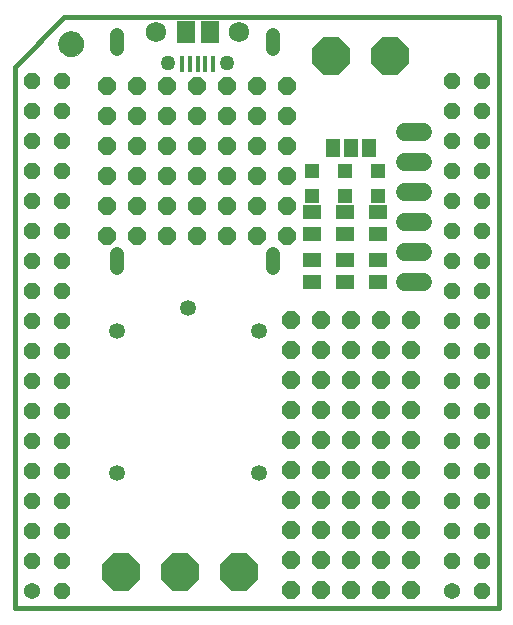
<source format=gts>
G75*
%MOIN*%
%OFA0B0*%
%FSLAX24Y24*%
%IPPOS*%
%LPD*%
%AMOC8*
5,1,8,0,0,1.08239X$1,22.5*
%
%ADD10C,0.0160*%
%ADD11C,0.0000*%
%ADD12C,0.0827*%
%ADD13C,0.0540*%
%ADD14OC8,0.0540*%
%ADD15OC8,0.1250*%
%ADD16C,0.0472*%
%ADD17R,0.0472X0.0472*%
%ADD18R,0.0591X0.0512*%
%ADD19C,0.0531*%
%ADD20OC8,0.0600*%
%ADD21C,0.0600*%
%ADD22R,0.0157X0.0531*%
%ADD23R,0.0591X0.0748*%
%ADD24C,0.0679*%
%ADD25C,0.0502*%
%ADD26R,0.0460X0.0630*%
D10*
X002057Y000180D02*
X018199Y000180D01*
X018199Y019865D01*
X003710Y019865D01*
X002057Y018211D01*
X002057Y000180D01*
D11*
X003514Y018979D02*
X003516Y019019D01*
X003522Y019060D01*
X003532Y019099D01*
X003545Y019137D01*
X003563Y019174D01*
X003584Y019208D01*
X003608Y019241D01*
X003635Y019271D01*
X003665Y019298D01*
X003698Y019322D01*
X003732Y019343D01*
X003769Y019361D01*
X003807Y019374D01*
X003846Y019384D01*
X003887Y019390D01*
X003927Y019392D01*
X003967Y019390D01*
X004008Y019384D01*
X004047Y019374D01*
X004085Y019361D01*
X004122Y019343D01*
X004156Y019322D01*
X004189Y019298D01*
X004219Y019271D01*
X004246Y019241D01*
X004270Y019208D01*
X004291Y019174D01*
X004309Y019137D01*
X004322Y019099D01*
X004332Y019060D01*
X004338Y019019D01*
X004340Y018979D01*
X004338Y018939D01*
X004332Y018898D01*
X004322Y018859D01*
X004309Y018821D01*
X004291Y018784D01*
X004270Y018750D01*
X004246Y018717D01*
X004219Y018687D01*
X004189Y018660D01*
X004156Y018636D01*
X004122Y018615D01*
X004085Y018597D01*
X004047Y018584D01*
X004008Y018574D01*
X003967Y018568D01*
X003927Y018566D01*
X003887Y018568D01*
X003846Y018574D01*
X003807Y018584D01*
X003769Y018597D01*
X003732Y018615D01*
X003698Y018636D01*
X003665Y018660D01*
X003635Y018687D01*
X003608Y018717D01*
X003584Y018750D01*
X003563Y018784D01*
X003545Y018821D01*
X003532Y018859D01*
X003522Y018898D01*
X003516Y018939D01*
X003514Y018979D01*
D12*
X003927Y018979D03*
D13*
X002628Y000735D03*
X016628Y000735D03*
D14*
X017628Y000735D03*
X017628Y001735D03*
X017628Y002735D03*
X017628Y003735D03*
X017628Y004735D03*
X017628Y005735D03*
X017628Y006735D03*
X017628Y007735D03*
X017628Y008735D03*
X017628Y009735D03*
X017628Y010735D03*
X017628Y011735D03*
X017628Y012735D03*
X017628Y013735D03*
X017628Y014735D03*
X017628Y015735D03*
X017628Y016735D03*
X017628Y017735D03*
X016628Y017735D03*
X016628Y016735D03*
X016628Y015735D03*
X016628Y014735D03*
X016628Y013735D03*
X016628Y012735D03*
X016628Y011735D03*
X016628Y010735D03*
X016628Y009735D03*
X016628Y008735D03*
X016628Y007735D03*
X016628Y006735D03*
X016628Y005735D03*
X016628Y004735D03*
X016628Y003735D03*
X016628Y002735D03*
X016628Y001735D03*
X003628Y001735D03*
X003628Y000735D03*
X002628Y001735D03*
X002628Y002735D03*
X003628Y002735D03*
X003628Y003735D03*
X003628Y004735D03*
X003628Y005735D03*
X003628Y006735D03*
X003628Y007735D03*
X003628Y008735D03*
X003628Y009735D03*
X003628Y010735D03*
X003628Y011735D03*
X003628Y012735D03*
X003628Y013735D03*
X003628Y014735D03*
X003628Y015735D03*
X003628Y016735D03*
X003628Y017735D03*
X002628Y017735D03*
X002628Y016735D03*
X002628Y015735D03*
X002628Y014735D03*
X002628Y013735D03*
X002628Y012735D03*
X002628Y011735D03*
X002628Y010735D03*
X002628Y009735D03*
X002628Y008735D03*
X002628Y007735D03*
X002628Y006735D03*
X002628Y005735D03*
X002628Y004735D03*
X002628Y003735D03*
D15*
X005600Y001361D03*
X007569Y001361D03*
X009537Y001361D03*
X012608Y018566D03*
X014577Y018566D03*
D16*
X010673Y018811D02*
X010673Y019283D01*
X005473Y019283D02*
X005473Y018811D01*
X005473Y011983D02*
X005473Y011511D01*
X010673Y011511D02*
X010673Y011983D01*
D17*
X011959Y013920D03*
X011959Y014747D03*
X013061Y014747D03*
X013061Y013920D03*
X014183Y013900D03*
X014183Y014727D03*
D18*
X014183Y013369D03*
X014183Y012621D03*
X014183Y011774D03*
X014183Y011026D03*
X013061Y011026D03*
X013061Y011774D03*
X013061Y012621D03*
X013061Y013369D03*
X011959Y013369D03*
X011959Y012621D03*
X011959Y011774D03*
X011959Y011026D03*
D19*
X010199Y009389D03*
X007836Y010176D03*
X005474Y009389D03*
X005474Y004664D03*
X010199Y004664D03*
D20*
X011277Y004782D03*
X011277Y003782D03*
X011277Y002782D03*
X011277Y001782D03*
X011277Y000782D03*
X012277Y000782D03*
X012277Y001782D03*
X012277Y002782D03*
X012277Y003782D03*
X012277Y004782D03*
X012277Y005782D03*
X012277Y006782D03*
X011277Y006782D03*
X011277Y005782D03*
X011277Y007782D03*
X011277Y008782D03*
X011277Y009782D03*
X012277Y009782D03*
X012277Y008782D03*
X012277Y007782D03*
X013277Y007782D03*
X013277Y006782D03*
X013277Y005782D03*
X013277Y004782D03*
X013277Y003782D03*
X013277Y002782D03*
X013277Y001782D03*
X013277Y000782D03*
X014277Y000782D03*
X014277Y001782D03*
X014277Y002782D03*
X014277Y003782D03*
X014277Y004782D03*
X014277Y005782D03*
X014277Y006782D03*
X014277Y007782D03*
X014277Y008782D03*
X014277Y009782D03*
X015277Y009782D03*
X015277Y008782D03*
X015277Y007782D03*
X015277Y006782D03*
X015277Y005782D03*
X015277Y004782D03*
X015277Y003782D03*
X015277Y002782D03*
X015277Y001782D03*
X015277Y000782D03*
X013277Y008782D03*
X013277Y009782D03*
X011120Y012586D03*
X011120Y013586D03*
X011120Y014586D03*
X011120Y015586D03*
X011120Y016586D03*
X011120Y017586D03*
X010120Y017586D03*
X009120Y017586D03*
X009120Y016586D03*
X010120Y016586D03*
X010120Y015586D03*
X009120Y015586D03*
X009120Y014586D03*
X010120Y014586D03*
X010120Y013586D03*
X009120Y013586D03*
X009120Y012586D03*
X010120Y012586D03*
X008120Y012586D03*
X008120Y013586D03*
X008120Y014586D03*
X008120Y015586D03*
X008120Y016586D03*
X008120Y017586D03*
X007120Y017586D03*
X006120Y017586D03*
X006120Y016586D03*
X007120Y016586D03*
X007120Y015586D03*
X006120Y015586D03*
X006120Y014586D03*
X007120Y014586D03*
X007120Y013586D03*
X006120Y013586D03*
X006120Y012586D03*
X007120Y012586D03*
X005120Y012586D03*
X005120Y013586D03*
X005120Y014586D03*
X005120Y015586D03*
X005120Y016586D03*
X005120Y017586D03*
D21*
X015064Y016046D02*
X015664Y016046D01*
X015664Y015046D02*
X015064Y015046D01*
X015064Y014046D02*
X015664Y014046D01*
X015664Y013046D02*
X015064Y013046D01*
X015064Y012046D02*
X015664Y012046D01*
X015664Y011046D02*
X015064Y011046D01*
D22*
X008671Y018320D03*
X008415Y018320D03*
X008159Y018320D03*
X007903Y018320D03*
X007648Y018320D03*
D23*
X007766Y019369D03*
X008553Y019373D03*
D24*
X009537Y019373D03*
X006781Y019373D03*
D25*
X007175Y018339D03*
X009144Y018339D03*
D26*
X012677Y015515D03*
X013277Y015515D03*
X013877Y015515D03*
M02*

</source>
